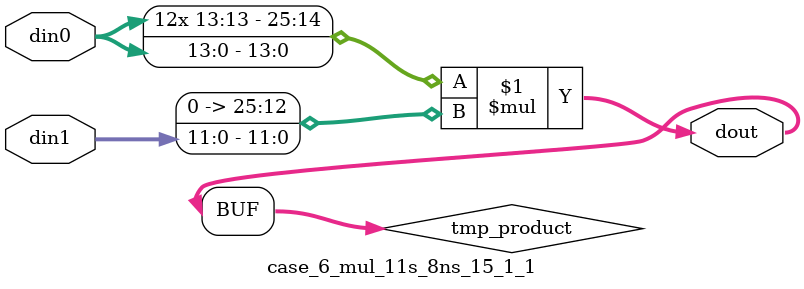
<source format=v>

`timescale 1 ns / 1 ps

 (* use_dsp = "no" *)  module case_6_mul_11s_8ns_15_1_1(din0, din1, dout);
parameter ID = 1;
parameter NUM_STAGE = 0;
parameter din0_WIDTH = 14;
parameter din1_WIDTH = 12;
parameter dout_WIDTH = 26;

input [din0_WIDTH - 1 : 0] din0; 
input [din1_WIDTH - 1 : 0] din1; 
output [dout_WIDTH - 1 : 0] dout;

wire signed [dout_WIDTH - 1 : 0] tmp_product;


























assign tmp_product = $signed(din0) * $signed({1'b0, din1});









assign dout = tmp_product;





















endmodule

</source>
